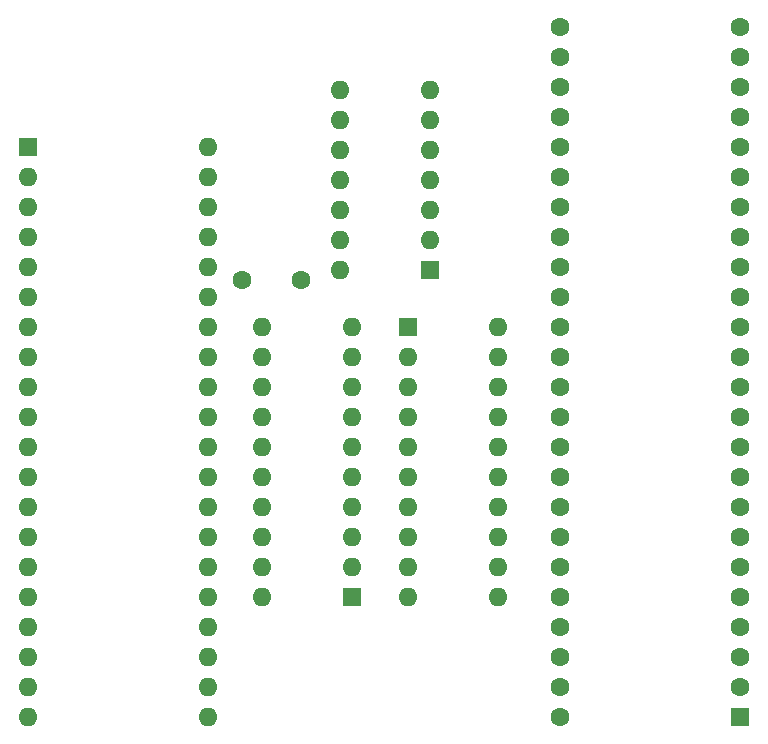
<source format=gts>
G04 #@! TF.GenerationSoftware,KiCad,Pcbnew,(5.1.8)-1*
G04 #@! TF.CreationDate,2020-12-27T21:30:32-08:00*
G04 #@! TF.ProjectId,MCL65+,4d434c36-352b-42e6-9b69-6361645f7063,rev?*
G04 #@! TF.SameCoordinates,Original*
G04 #@! TF.FileFunction,Soldermask,Top*
G04 #@! TF.FilePolarity,Negative*
%FSLAX46Y46*%
G04 Gerber Fmt 4.6, Leading zero omitted, Abs format (unit mm)*
G04 Created by KiCad (PCBNEW (5.1.8)-1) date 2020-12-27 21:30:32*
%MOMM*%
%LPD*%
G01*
G04 APERTURE LIST*
%ADD10C,1.600000*%
%ADD11O,1.600000X1.600000*%
%ADD12R,1.600000X1.600000*%
G04 APERTURE END LIST*
D10*
X95119200Y-105562400D03*
X90119200Y-105562400D03*
D11*
X98425000Y-104673400D03*
X106045000Y-89433400D03*
X98425000Y-102133400D03*
X106045000Y-91973400D03*
X98425000Y-99593400D03*
X106045000Y-94513400D03*
X98425000Y-97053400D03*
X106045000Y-97053400D03*
X98425000Y-94513400D03*
X106045000Y-99593400D03*
X98425000Y-91973400D03*
X106045000Y-102133400D03*
X98425000Y-89433400D03*
D12*
X106045000Y-104673400D03*
D11*
X91846400Y-132435600D03*
X99466400Y-109575600D03*
X91846400Y-129895600D03*
X99466400Y-112115600D03*
X91846400Y-127355600D03*
X99466400Y-114655600D03*
X91846400Y-124815600D03*
X99466400Y-117195600D03*
X91846400Y-122275600D03*
X99466400Y-119735600D03*
X91846400Y-119735600D03*
X99466400Y-122275600D03*
X91846400Y-117195600D03*
X99466400Y-124815600D03*
X91846400Y-114655600D03*
X99466400Y-127355600D03*
X91846400Y-112115600D03*
X99466400Y-129895600D03*
X91846400Y-109575600D03*
D12*
X99466400Y-132435600D03*
D10*
X117094000Y-142544800D03*
X117094000Y-140004800D03*
X117094000Y-137464800D03*
X117094000Y-134924800D03*
X117094000Y-132384800D03*
X117094000Y-129844800D03*
X117094000Y-127304800D03*
X117094000Y-124764800D03*
X117094000Y-122224800D03*
X117094000Y-119684800D03*
X117094000Y-117144800D03*
X117094000Y-114604800D03*
X117094000Y-112064800D03*
X117094000Y-109524800D03*
D12*
X132334000Y-142544800D03*
D10*
X132334000Y-140004800D03*
X132334000Y-137464800D03*
X132334000Y-134924800D03*
X132334000Y-132384800D03*
X132334000Y-129844800D03*
X132334000Y-127304800D03*
X132334000Y-124764800D03*
X132334000Y-122224800D03*
X132334000Y-119684800D03*
X132334000Y-117144800D03*
X132334000Y-114604800D03*
X132334000Y-112064800D03*
X117094000Y-106984800D03*
X117094000Y-104444800D03*
X117094000Y-101904800D03*
X117094000Y-99364800D03*
X117094000Y-96824800D03*
X117094000Y-94284800D03*
X117094000Y-91744800D03*
X117094000Y-89204800D03*
X117094000Y-86664800D03*
X117094000Y-84124800D03*
X132334000Y-84124800D03*
X132334000Y-86664800D03*
X132334000Y-89204800D03*
X132334000Y-91744800D03*
X132334000Y-109524800D03*
X132334000Y-106984800D03*
X132334000Y-104444800D03*
X132334000Y-94284800D03*
X132334000Y-96824800D03*
X132334000Y-99364800D03*
X132334000Y-101904800D03*
D12*
X72009000Y-94284800D03*
D11*
X87249000Y-142544800D03*
X72009000Y-96824800D03*
X87249000Y-140004800D03*
X72009000Y-99364800D03*
X87249000Y-137464800D03*
X72009000Y-101904800D03*
X87249000Y-134924800D03*
X72009000Y-104444800D03*
X87249000Y-132384800D03*
X72009000Y-106984800D03*
X87249000Y-129844800D03*
X72009000Y-109524800D03*
X87249000Y-127304800D03*
X72009000Y-112064800D03*
X87249000Y-124764800D03*
X72009000Y-114604800D03*
X87249000Y-122224800D03*
X72009000Y-117144800D03*
X87249000Y-119684800D03*
X72009000Y-119684800D03*
X87249000Y-117144800D03*
X72009000Y-122224800D03*
X87249000Y-114604800D03*
X72009000Y-124764800D03*
X87249000Y-112064800D03*
X72009000Y-127304800D03*
X87249000Y-109524800D03*
X72009000Y-129844800D03*
X87249000Y-106984800D03*
X72009000Y-132384800D03*
X87249000Y-104444800D03*
X72009000Y-134924800D03*
X87249000Y-101904800D03*
X72009000Y-137464800D03*
X87249000Y-99364800D03*
X72009000Y-140004800D03*
X87249000Y-96824800D03*
X72009000Y-142544800D03*
X87249000Y-94284800D03*
D12*
X104165400Y-109550200D03*
D11*
X111785400Y-132410200D03*
X104165400Y-112090200D03*
X111785400Y-129870200D03*
X104165400Y-114630200D03*
X111785400Y-127330200D03*
X104165400Y-117170200D03*
X111785400Y-124790200D03*
X104165400Y-119710200D03*
X111785400Y-122250200D03*
X104165400Y-122250200D03*
X111785400Y-119710200D03*
X104165400Y-124790200D03*
X111785400Y-117170200D03*
X104165400Y-127330200D03*
X111785400Y-114630200D03*
X104165400Y-129870200D03*
X111785400Y-112090200D03*
X104165400Y-132410200D03*
X111785400Y-109550200D03*
M02*

</source>
